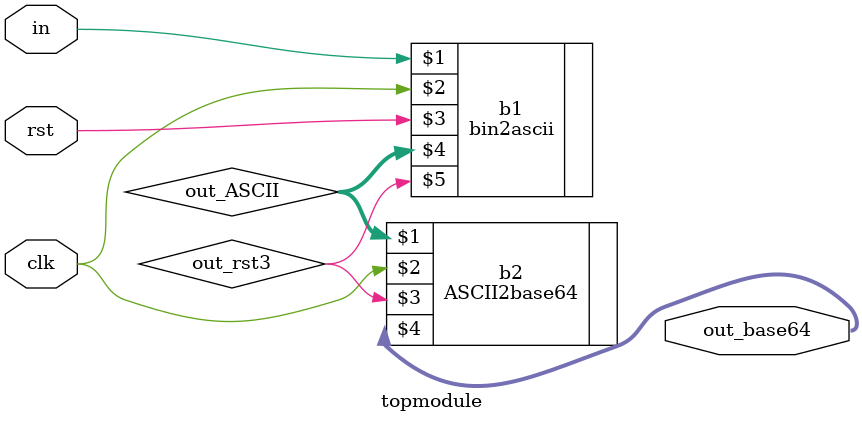
<source format=v>
module topmodule(in, clk ,rst, out_base64);
    input in;
    input clk, rst;
    output [5:0]out_base64;

    wire [6:0]out_ASCII;
    wire out_rst3;

    bin2ascii b1(in, clk, rst, out_ASCII, out_rst3);
    ASCII2base64 b2(out_ASCII, clk, out_rst3, out_base64);

endmodule
</source>
